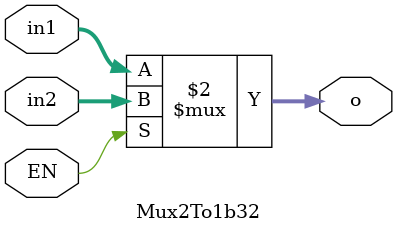
<source format=v>
`timescale 1ns / 1ps
module Mux2To1b32(input [31:0] in1, 
				input [31:0] in2,
				input EN,
				output [31:0] o);
				
	assign o = EN == 1 ? in2 : in1;


endmodule

</source>
